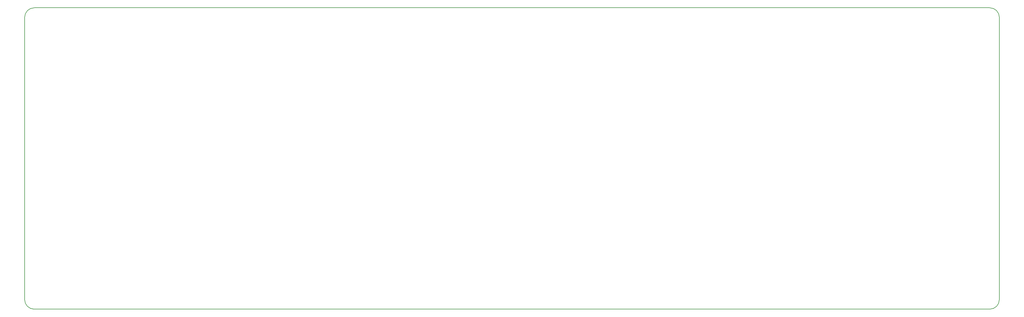
<source format=gm1>
%TF.GenerationSoftware,KiCad,Pcbnew,(6.0.2)*%
%TF.CreationDate,2022-02-18T22:42:53-07:00*%
%TF.ProjectId,Uniform,556e6966-6f72-46d2-9e6b-696361645f70,rev?*%
%TF.SameCoordinates,Original*%
%TF.FileFunction,Profile,NP*%
%FSLAX46Y46*%
G04 Gerber Fmt 4.6, Leading zero omitted, Abs format (unit mm)*
G04 Created by KiCad (PCBNEW (6.0.2)) date 2022-02-18 22:42:53*
%MOMM*%
%LPD*%
G01*
G04 APERTURE LIST*
%TA.AperFunction,Profile*%
%ADD10C,0.150000*%
%TD*%
G04 APERTURE END LIST*
D10*
X341275000Y-196100000D02*
X341275000Y-108700000D01*
X42775000Y-105700000D02*
X338275000Y-105700000D01*
X39775000Y-196100000D02*
G75*
G03*
X42775000Y-199100000I3000001J1D01*
G01*
X42775000Y-105700000D02*
G75*
G03*
X39775000Y-108700000I1J-3000001D01*
G01*
X338275000Y-199100000D02*
X42775000Y-199100000D01*
X39775000Y-196100000D02*
X39775000Y-108700000D01*
X338275000Y-199100000D02*
G75*
G03*
X341275000Y-196100000I-1J3000001D01*
G01*
X341275000Y-108700000D02*
G75*
G03*
X338275000Y-105700000I-3000001J-1D01*
G01*
M02*

</source>
